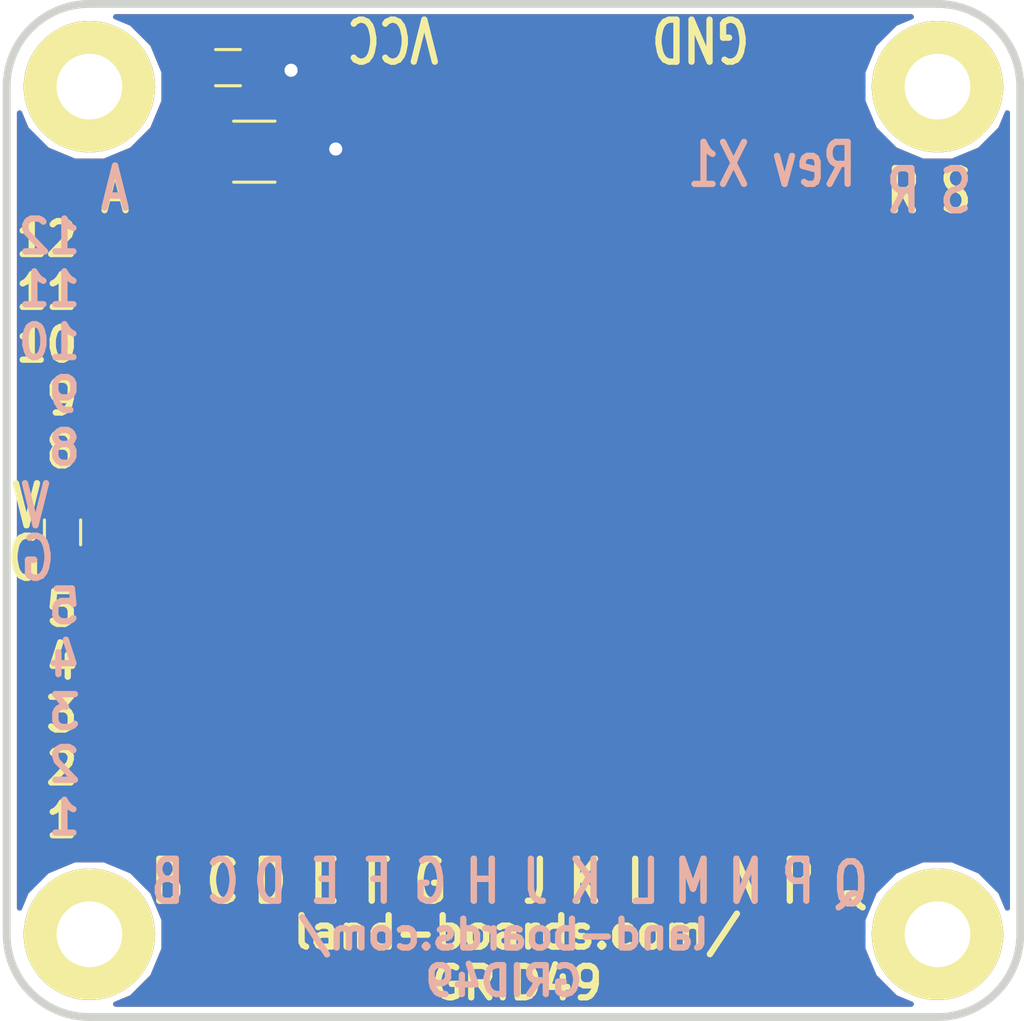
<source format=kicad_pcb>
(kicad_pcb (version 20171130) (host pcbnew "(5.0.2)-1")

  (general
    (thickness 1.6002)
    (drawings 57)
    (tracks 6)
    (zones 0)
    (modules 7)
    (nets 3)
  )

  (page A)
  (title_block
    (date "28 mar 2015")
    (rev X1)
  )

  (layers
    (0 Front signal)
    (31 Back signal)
    (36 B.SilkS user)
    (37 F.SilkS user)
    (38 B.Mask user)
    (39 F.Mask user)
    (40 Dwgs.User user hide)
    (44 Edge.Cuts user)
  )

  (setup
    (last_trace_width 0.2032)
    (user_trace_width 0.254)
    (user_trace_width 0.635)
    (trace_clearance 0.254)
    (zone_clearance 0.3048)
    (zone_45_only no)
    (trace_min 0.2032)
    (segment_width 0.381)
    (edge_width 0.381)
    (via_size 0.889)
    (via_drill 0.635)
    (via_min_size 0.889)
    (via_min_drill 0.508)
    (uvia_size 0.508)
    (uvia_drill 0.127)
    (uvias_allowed no)
    (uvia_min_size 0.508)
    (uvia_min_drill 0.127)
    (pcb_text_width 0.3048)
    (pcb_text_size 1.524 2.032)
    (mod_edge_width 0.381)
    (mod_text_size 1.524 1.524)
    (mod_text_width 0.3048)
    (pad_size 6.35 6.35)
    (pad_drill 3.175)
    (pad_to_mask_clearance 0.1524)
    (solder_mask_min_width 0.25)
    (aux_axis_origin 0 0)
    (visible_elements 7FFFFF7F)
    (pcbplotparams
      (layerselection 0x010f0_80000001)
      (usegerberextensions true)
      (usegerberattributes false)
      (usegerberadvancedattributes false)
      (creategerberjobfile false)
      (excludeedgelayer true)
      (linewidth 0.150000)
      (plotframeref false)
      (viasonmask false)
      (mode 1)
      (useauxorigin false)
      (hpglpennumber 1)
      (hpglpenspeed 20)
      (hpglpendiameter 15.000000)
      (psnegative false)
      (psa4output false)
      (plotreference true)
      (plotvalue false)
      (plotinvisibletext false)
      (padsonsilk false)
      (subtractmaskfromsilk false)
      (outputformat 1)
      (mirror false)
      (drillshape 0)
      (scaleselection 1)
      (outputdirectory "plots/"))
  )

  (net 0 "")
  (net 1 GND)
  (net 2 VCC)

  (net_class Default "This is the default net class."
    (clearance 0.254)
    (trace_width 0.2032)
    (via_dia 0.889)
    (via_drill 0.635)
    (uvia_dia 0.508)
    (uvia_drill 0.127)
    (add_net GND)
    (add_net VCC)
  )

  (net_class POWER ""
    (clearance 0.254)
    (trace_width 0.635)
    (via_dia 0.889)
    (via_drill 0.635)
    (uvia_dia 0.508)
    (uvia_drill 0.127)
  )

  (module MTG-4-40 locked (layer Front) (tedit 50F036E3) (tstamp 51AF63A5)
    (at 14 55)
    (path /5030F2C2)
    (fp_text reference MTG3 (at -6.858 -0.635) (layer F.SilkS) hide
      (effects (font (size 1.524 1.524) (thickness 0.3048)))
    )
    (fp_text value CONN_1 (at 0 -5.08) (layer F.SilkS) hide
      (effects (font (size 1.524 1.524) (thickness 0.3048)))
    )
    (pad 1 thru_hole circle (at 0 0) (size 6.35 6.35) (drill 3.175) (layers *.Cu *.Mask F.SilkS))
  )

  (module MTG-4-40 locked (layer Front) (tedit 50F036E3) (tstamp 51AF63AA)
    (at 55 55)
    (path /5030F2C1)
    (fp_text reference MTG4 (at -6.858 -0.635) (layer F.SilkS) hide
      (effects (font (size 1.524 1.524) (thickness 0.3048)))
    )
    (fp_text value CONN_1 (at 0 -5.08) (layer F.SilkS) hide
      (effects (font (size 1.524 1.524) (thickness 0.3048)))
    )
    (pad 1 thru_hole circle (at 0 0) (size 6.35 6.35) (drill 3.175) (layers *.Cu *.Mask F.SilkS))
  )

  (module MTG-4-40 locked (layer Front) (tedit 50F036E3) (tstamp 51AF63AF)
    (at 55 14)
    (path /5030F2BD)
    (fp_text reference MTG2 (at -6.858 -0.635) (layer F.SilkS) hide
      (effects (font (size 1.524 1.524) (thickness 0.3048)))
    )
    (fp_text value CONN_1 (at 0 -5.08) (layer F.SilkS) hide
      (effects (font (size 1.524 1.524) (thickness 0.3048)))
    )
    (pad 1 thru_hole circle (at 0 0) (size 6.35 6.35) (drill 3.175) (layers *.Cu *.Mask F.SilkS))
  )

  (module MTG-4-40 locked (layer Front) (tedit 50F036E3) (tstamp 51AF63B4)
    (at 14 14)
    (path /5030F2A7)
    (fp_text reference MTG1 (at -6.858 -0.635) (layer F.SilkS) hide
      (effects (font (size 1.524 1.524) (thickness 0.3048)))
    )
    (fp_text value CONN_1 (at 0 -5.08) (layer F.SilkS) hide
      (effects (font (size 1.524 1.524) (thickness 0.3048)))
    )
    (pad 1 thru_hole circle (at 0 0) (size 6.35 6.35) (drill 3.175) (layers *.Cu *.Mask F.SilkS))
  )

  (module Resistors_SMD:R_1210_HandSoldering (layer Front) (tedit 57F06C69) (tstamp 57F07CB8)
    (at 21.971 17.145)
    (descr "Resistor SMD 1210, hand soldering")
    (tags "resistor 1210")
    (path /57F0F90C)
    (attr smd)
    (fp_text reference C1 (at 0 -2.7) (layer F.SilkS) hide
      (effects (font (size 1 1) (thickness 0.15)))
    )
    (fp_text value 0.1uF (at 0 2.7) (layer F.Fab) hide
      (effects (font (size 1 1) (thickness 0.15)))
    )
    (fp_line (start -3.3 -1.6) (end 3.3 -1.6) (layer F.CrtYd) (width 0.05))
    (fp_line (start -3.3 1.6) (end 3.3 1.6) (layer F.CrtYd) (width 0.05))
    (fp_line (start -3.3 -1.6) (end -3.3 1.6) (layer F.CrtYd) (width 0.05))
    (fp_line (start 3.3 -1.6) (end 3.3 1.6) (layer F.CrtYd) (width 0.05))
    (fp_line (start 1 1.475) (end -1 1.475) (layer F.SilkS) (width 0.15))
    (fp_line (start -1 -1.475) (end 1 -1.475) (layer F.SilkS) (width 0.15))
    (pad 1 smd rect (at -2 0) (size 2 2.5) (layers Front F.Mask)
      (net 2 VCC))
    (pad 2 smd rect (at 2 0) (size 2 2.5) (layers Front F.Mask)
      (net 1 GND))
    (model Resistors_SMD.3dshapes/R_1210_HandSoldering.wrl
      (at (xyz 0 0 0))
      (scale (xyz 1 1 1))
      (rotate (xyz 0 0 0))
    )
  )

  (module Resistors_SMD:R_0805_HandSoldering (layer Front) (tedit 57F06CB5) (tstamp 57F07DD4)
    (at 12.7 35.56 270)
    (descr "Resistor SMD 0805, hand soldering")
    (tags "resistor 0805")
    (path /51CCA2BF)
    (attr smd)
    (fp_text reference C2 (at 0 -2.1 270) (layer F.SilkS) hide
      (effects (font (size 1 1) (thickness 0.15)))
    )
    (fp_text value 0.1uF (at 0 2.1 270) (layer F.Fab) hide
      (effects (font (size 1 1) (thickness 0.15)))
    )
    (fp_line (start -2.4 -1) (end 2.4 -1) (layer F.CrtYd) (width 0.05))
    (fp_line (start -2.4 1) (end 2.4 1) (layer F.CrtYd) (width 0.05))
    (fp_line (start -2.4 -1) (end -2.4 1) (layer F.CrtYd) (width 0.05))
    (fp_line (start 2.4 -1) (end 2.4 1) (layer F.CrtYd) (width 0.05))
    (fp_line (start 0.6 0.875) (end -0.6 0.875) (layer F.SilkS) (width 0.15))
    (fp_line (start -0.6 -0.875) (end 0.6 -0.875) (layer F.SilkS) (width 0.15))
    (pad 1 smd rect (at -1.35 0 270) (size 1.5 1.3) (layers Front F.Mask)
      (net 2 VCC))
    (pad 2 smd rect (at 1.35 0 270) (size 1.5 1.3) (layers Front F.Mask)
      (net 1 GND))
    (model Resistors_SMD.3dshapes/R_0805_HandSoldering.wrl
      (at (xyz 0 0 0))
      (scale (xyz 1 1 1))
      (rotate (xyz 0 0 0))
    )
  )

  (module Resistors_SMD:R_0805_HandSoldering (layer Front) (tedit 57F06CCB) (tstamp 57F07DDF)
    (at 20.701 13.081)
    (descr "Resistor SMD 0805, hand soldering")
    (tags "resistor 0805")
    (path /51CCA2CE)
    (attr smd)
    (fp_text reference C4 (at 0 -2.1) (layer F.SilkS) hide
      (effects (font (size 1 1) (thickness 0.15)))
    )
    (fp_text value 0.1uF (at 0 2.1) (layer F.Fab) hide
      (effects (font (size 1 1) (thickness 0.15)))
    )
    (fp_line (start -2.4 -1) (end 2.4 -1) (layer F.CrtYd) (width 0.05))
    (fp_line (start -2.4 1) (end 2.4 1) (layer F.CrtYd) (width 0.05))
    (fp_line (start -2.4 -1) (end -2.4 1) (layer F.CrtYd) (width 0.05))
    (fp_line (start 2.4 -1) (end 2.4 1) (layer F.CrtYd) (width 0.05))
    (fp_line (start 0.6 0.875) (end -0.6 0.875) (layer F.SilkS) (width 0.15))
    (fp_line (start -0.6 -0.875) (end 0.6 -0.875) (layer F.SilkS) (width 0.15))
    (pad 1 smd rect (at -1.35 0) (size 1.5 1.3) (layers Front F.Mask)
      (net 2 VCC))
    (pad 2 smd rect (at 1.35 0) (size 1.5 1.3) (layers Front F.Mask)
      (net 1 GND))
    (model Resistors_SMD.3dshapes/R_0805_HandSoldering.wrl
      (at (xyz 0 0 0))
      (scale (xyz 1 1 1))
      (rotate (xyz 0 0 0))
    )
  )

  (gr_text G (at 10.541 36.83) (layer B.SilkS)
    (effects (font (size 2.032 1.524) (thickness 0.3048)) (justify right mirror))
  )
  (gr_text V (at 10.541 34.29) (layer B.SilkS)
    (effects (font (size 2.032 1.524) (thickness 0.3048)) (justify right mirror))
  )
  (gr_text S (at 55.88 19.05) (layer B.SilkS)
    (effects (font (size 2.032 1.524) (thickness 0.3048)) (justify mirror))
  )
  (gr_text R (at 53.34 19.05) (layer B.SilkS)
    (effects (font (size 2.032 1.524) (thickness 0.3048)) (justify mirror))
  )
  (gr_text Q (at 50.8 52.578) (layer B.SilkS)
    (effects (font (size 2.032 1.524) (thickness 0.3048)) (justify mirror))
  )
  (gr_text P (at 48.26 52.451) (layer B.SilkS)
    (effects (font (size 2.032 1.524) (thickness 0.3048)) (justify mirror))
  )
  (gr_text N (at 45.72 52.451) (layer B.SilkS)
    (effects (font (size 2.032 1.524) (thickness 0.3048)) (justify mirror))
  )
  (gr_text M (at 43.18 52.451) (layer B.SilkS)
    (effects (font (size 2.032 1.524) (thickness 0.3048)) (justify mirror))
  )
  (gr_text L (at 40.894 52.451) (layer B.SilkS)
    (effects (font (size 2.032 1.524) (thickness 0.3048)) (justify mirror))
  )
  (gr_text K (at 37.973 52.451) (layer B.SilkS)
    (effects (font (size 2.032 1.524) (thickness 0.3048)) (justify mirror))
  )
  (gr_text J (at 35.56 52.451) (layer B.SilkS)
    (effects (font (size 2.032 1.524) (thickness 0.3048)) (justify mirror))
  )
  (gr_text H (at 33.02 52.451) (layer B.SilkS)
    (effects (font (size 2.032 1.524) (thickness 0.3048)) (justify mirror))
  )
  (gr_text G (at 30.48 52.451) (layer B.SilkS)
    (effects (font (size 2.032 1.524) (thickness 0.3048)) (justify mirror))
  )
  (gr_text F (at 27.94 52.451) (layer B.SilkS)
    (effects (font (size 2.032 1.524) (thickness 0.3048)) (justify mirror))
  )
  (gr_text E (at 25.4 52.451) (layer B.SilkS)
    (effects (font (size 2.032 1.524) (thickness 0.3048)) (justify mirror))
  )
  (gr_text D (at 22.733 52.451) (layer B.SilkS)
    (effects (font (size 2.032 1.524) (thickness 0.3048)) (justify mirror))
  )
  (gr_text C (at 20.447 52.451) (layer B.SilkS)
    (effects (font (size 2.032 1.524) (thickness 0.3048)) (justify mirror))
  )
  (gr_text B (at 17.78 52.451) (layer B.SilkS)
    (effects (font (size 2.032 1.524) (thickness 0.3048)) (justify mirror))
  )
  (gr_text A (at 15.24 18.923) (layer B.SilkS)
    (effects (font (size 2.032 1.524) (thickness 0.3048)) (justify mirror))
  )
  (gr_text "12\n11\n10\n9\n8\n\n\n5\n4\n3\n2\n1" (at 13.716 35.306) (layer B.SilkS)
    (effects (font (size 1.5875 1.524) (thickness 0.3048)) (justify left mirror))
  )
  (gr_text S (at 55.88 19.05) (layer F.SilkS)
    (effects (font (size 2.032 1.524) (thickness 0.3048)))
  )
  (gr_text R (at 53.34 19.05) (layer F.SilkS)
    (effects (font (size 2.032 1.524) (thickness 0.3048)))
  )
  (gr_text A (at 15.24 19.05) (layer F.SilkS)
    (effects (font (size 2.032 1.524) (thickness 0.3048)))
  )
  (gr_text Q (at 50.8 52.578) (layer F.SilkS)
    (effects (font (size 2.032 1.524) (thickness 0.3048)))
  )
  (gr_text P (at 48.26 52.451) (layer F.SilkS)
    (effects (font (size 2.032 1.524) (thickness 0.3048)))
  )
  (gr_text N (at 45.72 52.451) (layer F.SilkS)
    (effects (font (size 2.032 1.524) (thickness 0.3048)))
  )
  (gr_text M (at 43.18 52.451) (layer F.SilkS)
    (effects (font (size 2.032 1.524) (thickness 0.3048)))
  )
  (gr_text L (at 40.64 52.451) (layer F.SilkS)
    (effects (font (size 2.032 1.524) (thickness 0.3048)))
  )
  (gr_text K (at 37.973 52.451) (layer F.SilkS)
    (effects (font (size 2.032 1.524) (thickness 0.3048)))
  )
  (gr_text J (at 35.56 52.451) (layer F.SilkS)
    (effects (font (size 2.032 1.524) (thickness 0.3048)))
  )
  (gr_text H (at 33.02 52.451) (layer F.SilkS)
    (effects (font (size 2.032 1.524) (thickness 0.3048)))
  )
  (gr_text G (at 30.48 52.451) (layer F.SilkS)
    (effects (font (size 2.032 1.524) (thickness 0.3048)))
  )
  (gr_text F (at 27.94 52.451) (layer F.SilkS)
    (effects (font (size 2.032 1.524) (thickness 0.3048)))
  )
  (gr_text E (at 25.4 52.451) (layer F.SilkS)
    (effects (font (size 2.032 1.524) (thickness 0.3048)))
  )
  (gr_text D (at 22.733 52.451) (layer F.SilkS)
    (effects (font (size 2.032 1.524) (thickness 0.3048)))
  )
  (gr_text C (at 20.447 52.451) (layer F.SilkS)
    (effects (font (size 2.032 1.524) (thickness 0.3048)))
  )
  (gr_text B (at 17.78 52.451) (layer F.SilkS)
    (effects (font (size 2.032 1.524) (thickness 0.3048)))
  )
  (gr_text "12\n11\n10\n9\n8\n\n\n5\n4\n3\n2\n1" (at 13.589 35.433) (layer F.SilkS)
    (effects (font (size 1.5875 1.524) (thickness 0.3048)) (justify right))
  )
  (gr_text V (at 11.811 34.29) (layer F.SilkS)
    (effects (font (size 2.032 1.524) (thickness 0.3048)) (justify right))
  )
  (gr_text G (at 11.811 36.83) (layer F.SilkS)
    (effects (font (size 2.032 1.524) (thickness 0.3048)) (justify right))
  )
  (gr_text "Rev X1" (at 46.99 17.78) (layer B.SilkS)
    (effects (font (size 2.032 1.524) (thickness 0.3048)) (justify mirror))
  )
  (dimension 49 (width 0.3048) (layer Dwgs.User)
    (gr_text "49.000 mm" (at 0.3744 34.5 90) (layer Dwgs.User)
      (effects (font (size 2.032 1.524) (thickness 0.3048)))
    )
    (feature1 (pts (xy 14 10) (xy -1.2512 10)))
    (feature2 (pts (xy 14 59) (xy -1.2512 59)))
    (crossbar (pts (xy 2 59) (xy 2 10)))
    (arrow1a (pts (xy 2 10) (xy 2.58642 11.126503)))
    (arrow1b (pts (xy 2 10) (xy 1.41358 11.126503)))
    (arrow2a (pts (xy 2 59) (xy 2.58642 57.873497)))
    (arrow2b (pts (xy 2 59) (xy 1.41358 57.873497)))
  )
  (dimension 49 (width 0.3048) (layer Dwgs.User)
    (gr_text "49.000 mm" (at 34.5 2.374401) (layer Dwgs.User)
      (effects (font (size 2.032 1.524) (thickness 0.3048)))
    )
    (feature1 (pts (xy 10 14) (xy 10 0.748801)))
    (feature2 (pts (xy 59 14) (xy 59 0.748801)))
    (crossbar (pts (xy 59 4.000001) (xy 10 4.000001)))
    (arrow1a (pts (xy 10 4.000001) (xy 11.126503 3.413581)))
    (arrow1b (pts (xy 10 4.000001) (xy 11.126503 4.586421)))
    (arrow2a (pts (xy 59 4.000001) (xy 57.873497 3.413581)))
    (arrow2b (pts (xy 59 4.000001) (xy 57.873497 4.586421)))
  )
  (dimension 41 (width 0.3048) (layer Dwgs.User)
    (gr_text "41.000 mm" (at 34.5 6.374401) (layer Dwgs.User)
      (effects (font (size 2.032 1.524) (thickness 0.3048)))
    )
    (feature1 (pts (xy 55 14) (xy 55 4.748801)))
    (feature2 (pts (xy 14 14) (xy 14 4.748801)))
    (crossbar (pts (xy 14 8.000001) (xy 55 8.000001)))
    (arrow1a (pts (xy 55 8.000001) (xy 53.873497 8.586421)))
    (arrow1b (pts (xy 55 8.000001) (xy 53.873497 7.413581)))
    (arrow2a (pts (xy 14 8.000001) (xy 15.126503 8.586421)))
    (arrow2b (pts (xy 14 8.000001) (xy 15.126503 7.413581)))
  )
  (dimension 41 (width 0.3048) (layer Dwgs.User)
    (gr_text "41.000 mm" (at 6.3744 34.5 90) (layer Dwgs.User)
      (effects (font (size 2.032 1.524) (thickness 0.3048)))
    )
    (feature1 (pts (xy 14 14) (xy 4.7488 14)))
    (feature2 (pts (xy 14 55) (xy 4.7488 55)))
    (crossbar (pts (xy 8 55) (xy 8 14)))
    (arrow1a (pts (xy 8 14) (xy 8.58642 15.126503)))
    (arrow1b (pts (xy 8 14) (xy 7.41358 15.126503)))
    (arrow2a (pts (xy 8 55) (xy 8.58642 53.873497)))
    (arrow2b (pts (xy 8 55) (xy 7.41358 53.873497)))
  )
  (gr_text "land-boards.com/\nGRID49" (at 34.036 56.134) (layer B.SilkS)
    (effects (font (size 1.397 1.397) (thickness 0.3048)) (justify mirror))
  )
  (gr_text "land-boards.com/\nGRID49" (at 34.671 56.134) (layer F.SilkS)
    (effects (font (size 1.524 1.524) (thickness 0.3048)))
  )
  (gr_line (start 10 55) (end 10 14) (angle 90) (layer Edge.Cuts) (width 0.381))
  (gr_line (start 55 59) (end 14 59) (angle 90) (layer Edge.Cuts) (width 0.381))
  (gr_line (start 59 14) (end 59 55) (angle 90) (layer Edge.Cuts) (width 0.381))
  (gr_line (start 14 10) (end 55 10) (angle 90) (layer Edge.Cuts) (width 0.381))
  (gr_arc (start 55 55) (end 59 55) (angle 90) (layer Edge.Cuts) (width 0.381))
  (gr_arc (start 55 14) (end 55 10) (angle 90) (layer Edge.Cuts) (width 0.381))
  (gr_arc (start 14 14) (end 10 14) (angle 90) (layer Edge.Cuts) (width 0.381))
  (gr_arc (start 14 55) (end 14 59) (angle 90) (layer Edge.Cuts) (width 0.381))
  (gr_text GND (at 41.021 11.684 180) (layer F.SilkS)
    (effects (font (size 2.032 1.524) (thickness 0.3048)) (justify right))
  )
  (gr_text VCC (at 26.289 11.684 180) (layer F.SilkS)
    (effects (font (size 2.032 1.524) (thickness 0.3048)) (justify right))
  )

  (segment (start 23.971 17.145) (end 25.781 17.145) (width 0.254) (layer Front) (net 1) (status 10))
  (via (at 25.908 17.018) (size 0.889) (drill 0.635) (layers Front Back) (net 1))
  (segment (start 25.781 17.145) (end 25.908 17.018) (width 0.254) (layer Front) (net 1) (tstamp 57F07CDE))
  (segment (start 21.6535 13.081) (end 22.733 13.081) (width 0.254) (layer Front) (net 1) (status 30))
  (via (at 23.749 13.208) (size 0.889) (drill 0.635) (layers Front Back) (net 1))
  (segment (start 22.733 13.081) (end 23.749 13.208) (width 0.254) (layer Front) (net 1) (tstamp 57F07BC2) (status 10))

  (zone (net 2) (net_name VCC) (layer Front) (tstamp 57F077A8) (hatch edge 0.508)
    (connect_pads (clearance 0.3048))
    (min_thickness 0.254)
    (fill yes (arc_segments 16) (thermal_gap 0.508) (thermal_bridge_width 0.508))
    (polygon
      (pts
        (xy 13.97 10.16) (xy 54.61 10.16) (xy 59.055 14.605) (xy 59.055 55.245) (xy 53.975 59.055)
        (xy 14.605 59.055) (xy 10.16 53.975) (xy 10.16 13.97)
      )
    )
    (filled_polygon
      (pts
        (xy 52.956912 10.942303) (xy 51.942303 11.956912) (xy 51.3932 13.282563) (xy 51.3932 14.717437) (xy 51.942303 16.043088)
        (xy 52.956912 17.057697) (xy 54.282563 17.6068) (xy 55.717437 17.6068) (xy 57.043088 17.057697) (xy 58.057697 16.043088)
        (xy 58.3777 15.270533) (xy 58.377701 53.729469) (xy 58.057697 52.956912) (xy 57.043088 51.942303) (xy 55.717437 51.3932)
        (xy 54.282563 51.3932) (xy 52.956912 51.942303) (xy 51.942303 52.956912) (xy 51.3932 54.282563) (xy 51.3932 55.717437)
        (xy 51.942303 57.043088) (xy 52.956912 58.057697) (xy 53.729467 58.3777) (xy 15.270533 58.3777) (xy 16.043088 58.057697)
        (xy 17.057697 57.043088) (xy 17.6068 55.717437) (xy 17.6068 54.282563) (xy 17.057697 52.956912) (xy 16.043088 51.942303)
        (xy 14.717437 51.3932) (xy 13.282563 51.3932) (xy 11.956912 51.942303) (xy 10.942303 52.956912) (xy 10.6223 53.729467)
        (xy 10.6223 36.16) (xy 11.609741 36.16) (xy 11.609741 37.66) (xy 11.643254 37.82848) (xy 11.73869 37.97131)
        (xy 11.88152 38.066746) (xy 12.05 38.100259) (xy 13.35 38.100259) (xy 13.51848 38.066746) (xy 13.66131 37.97131)
        (xy 13.756746 37.82848) (xy 13.790259 37.66) (xy 13.790259 36.16) (xy 13.756746 35.99152) (xy 13.66131 35.84869)
        (xy 13.51848 35.753254) (xy 13.35 35.719741) (xy 12.05 35.719741) (xy 11.88152 35.753254) (xy 11.73869 35.84869)
        (xy 11.643254 35.99152) (xy 11.609741 36.16) (xy 10.6223 36.16) (xy 10.6223 34.49575) (xy 11.415 34.49575)
        (xy 11.415 35.086309) (xy 11.511673 35.319698) (xy 11.690301 35.498327) (xy 11.92369 35.595) (xy 12.41425 35.595)
        (xy 12.573 35.43625) (xy 12.573 34.337) (xy 12.827 34.337) (xy 12.827 35.43625) (xy 12.98575 35.595)
        (xy 13.47631 35.595) (xy 13.709699 35.498327) (xy 13.888327 35.319698) (xy 13.985 35.086309) (xy 13.985 34.49575)
        (xy 13.82625 34.337) (xy 12.827 34.337) (xy 12.573 34.337) (xy 11.57375 34.337) (xy 11.415 34.49575)
        (xy 10.6223 34.49575) (xy 10.6223 33.333691) (xy 11.415 33.333691) (xy 11.415 33.92425) (xy 11.57375 34.083)
        (xy 12.573 34.083) (xy 12.573 32.98375) (xy 12.827 32.98375) (xy 12.827 34.083) (xy 13.82625 34.083)
        (xy 13.985 33.92425) (xy 13.985 33.333691) (xy 13.888327 33.100302) (xy 13.709699 32.921673) (xy 13.47631 32.825)
        (xy 12.98575 32.825) (xy 12.827 32.98375) (xy 12.573 32.98375) (xy 12.41425 32.825) (xy 11.92369 32.825)
        (xy 11.690301 32.921673) (xy 11.511673 33.100302) (xy 11.415 33.333691) (xy 10.6223 33.333691) (xy 10.6223 15.270533)
        (xy 10.942303 16.043088) (xy 11.956912 17.057697) (xy 13.282563 17.6068) (xy 14.717437 17.6068) (xy 15.142459 17.43075)
        (xy 18.336 17.43075) (xy 18.336 18.52131) (xy 18.432673 18.754699) (xy 18.611302 18.933327) (xy 18.844691 19.03)
        (xy 19.68525 19.03) (xy 19.844 18.87125) (xy 19.844 17.272) (xy 20.098 17.272) (xy 20.098 18.87125)
        (xy 20.25675 19.03) (xy 21.097309 19.03) (xy 21.330698 18.933327) (xy 21.509327 18.754699) (xy 21.606 18.52131)
        (xy 21.606 17.43075) (xy 21.44725 17.272) (xy 20.098 17.272) (xy 19.844 17.272) (xy 18.49475 17.272)
        (xy 18.336 17.43075) (xy 15.142459 17.43075) (xy 16.043088 17.057697) (xy 17.057697 16.043088) (xy 17.171356 15.76869)
        (xy 18.336 15.76869) (xy 18.336 16.85925) (xy 18.49475 17.018) (xy 19.844 17.018) (xy 19.844 15.41875)
        (xy 20.098 15.41875) (xy 20.098 17.018) (xy 21.44725 17.018) (xy 21.606 16.85925) (xy 21.606 15.895)
        (xy 22.530741 15.895) (xy 22.530741 18.395) (xy 22.564254 18.56348) (xy 22.65969 18.70631) (xy 22.80252 18.801746)
        (xy 22.971 18.835259) (xy 24.971 18.835259) (xy 25.13948 18.801746) (xy 25.28231 18.70631) (xy 25.377746 18.56348)
        (xy 25.411259 18.395) (xy 25.411259 17.760534) (xy 25.411616 17.760891) (xy 25.733693 17.8943) (xy 26.082307 17.8943)
        (xy 26.404384 17.760891) (xy 26.650891 17.514384) (xy 26.7843 17.192307) (xy 26.7843 16.843693) (xy 26.650891 16.521616)
        (xy 26.404384 16.275109) (xy 26.082307 16.1417) (xy 25.733693 16.1417) (xy 25.411616 16.275109) (xy 25.411259 16.275466)
        (xy 25.411259 15.895) (xy 25.377746 15.72652) (xy 25.28231 15.58369) (xy 25.13948 15.488254) (xy 24.971 15.454741)
        (xy 22.971 15.454741) (xy 22.80252 15.488254) (xy 22.65969 15.58369) (xy 22.564254 15.72652) (xy 22.530741 15.895)
        (xy 21.606 15.895) (xy 21.606 15.76869) (xy 21.509327 15.535301) (xy 21.330698 15.356673) (xy 21.097309 15.26)
        (xy 20.25675 15.26) (xy 20.098 15.41875) (xy 19.844 15.41875) (xy 19.68525 15.26) (xy 18.844691 15.26)
        (xy 18.611302 15.356673) (xy 18.432673 15.535301) (xy 18.336 15.76869) (xy 17.171356 15.76869) (xy 17.6068 14.717437)
        (xy 17.6068 13.36675) (xy 17.966 13.36675) (xy 17.966 13.85731) (xy 18.062673 14.090699) (xy 18.241302 14.269327)
        (xy 18.474691 14.366) (xy 19.06525 14.366) (xy 19.224 14.20725) (xy 19.224 13.208) (xy 19.478 13.208)
        (xy 19.478 14.20725) (xy 19.63675 14.366) (xy 20.227309 14.366) (xy 20.460698 14.269327) (xy 20.639327 14.090699)
        (xy 20.736 13.85731) (xy 20.736 13.36675) (xy 20.57725 13.208) (xy 19.478 13.208) (xy 19.224 13.208)
        (xy 18.12475 13.208) (xy 17.966 13.36675) (xy 17.6068 13.36675) (xy 17.6068 13.282563) (xy 17.201752 12.30469)
        (xy 17.966 12.30469) (xy 17.966 12.79525) (xy 18.12475 12.954) (xy 19.224 12.954) (xy 19.224 11.95475)
        (xy 19.478 11.95475) (xy 19.478 12.954) (xy 20.57725 12.954) (xy 20.736 12.79525) (xy 20.736 12.431)
        (xy 20.860741 12.431) (xy 20.860741 13.731) (xy 20.894254 13.89948) (xy 20.98969 14.04231) (xy 21.13252 14.137746)
        (xy 21.301 14.171259) (xy 22.801 14.171259) (xy 22.96948 14.137746) (xy 23.11231 14.04231) (xy 23.205126 13.903401)
        (xy 23.252616 13.950891) (xy 23.574693 14.0843) (xy 23.923307 14.0843) (xy 24.245384 13.950891) (xy 24.491891 13.704384)
        (xy 24.6253 13.382307) (xy 24.6253 13.033693) (xy 24.491891 12.711616) (xy 24.245384 12.465109) (xy 23.923307 12.3317)
        (xy 23.574693 12.3317) (xy 23.252616 12.465109) (xy 23.241259 12.476466) (xy 23.241259 12.431) (xy 23.207746 12.26252)
        (xy 23.11231 12.11969) (xy 22.96948 12.024254) (xy 22.801 11.990741) (xy 21.301 11.990741) (xy 21.13252 12.024254)
        (xy 20.98969 12.11969) (xy 20.894254 12.26252) (xy 20.860741 12.431) (xy 20.736 12.431) (xy 20.736 12.30469)
        (xy 20.639327 12.071301) (xy 20.460698 11.892673) (xy 20.227309 11.796) (xy 19.63675 11.796) (xy 19.478 11.95475)
        (xy 19.224 11.95475) (xy 19.06525 11.796) (xy 18.474691 11.796) (xy 18.241302 11.892673) (xy 18.062673 12.071301)
        (xy 17.966 12.30469) (xy 17.201752 12.30469) (xy 17.057697 11.956912) (xy 16.043088 10.942303) (xy 15.270533 10.6223)
        (xy 53.729467 10.6223)
      )
    )
  )
  (zone (net 1) (net_name GND) (layer Back) (tstamp 57F077AA) (hatch edge 0.508)
    (connect_pads (clearance 0.3048))
    (min_thickness 0.254)
    (fill yes (arc_segments 16) (thermal_gap 0.508) (thermal_bridge_width 0.508))
    (polygon
      (pts
        (xy 13.335 10.16) (xy 54.61 10.16) (xy 59.055 14.605) (xy 59.055 53.34) (xy 53.975 59.055)
        (xy 14.605 59.055) (xy 10.16 53.975) (xy 10.16 13.335)
      )
    )
    (filled_polygon
      (pts
        (xy 52.956912 10.942303) (xy 51.942303 11.956912) (xy 51.3932 13.282563) (xy 51.3932 14.717437) (xy 51.942303 16.043088)
        (xy 52.956912 17.057697) (xy 54.282563 17.6068) (xy 55.717437 17.6068) (xy 57.043088 17.057697) (xy 58.057697 16.043088)
        (xy 58.3777 15.270533) (xy 58.377701 53.729469) (xy 58.057697 52.956912) (xy 57.043088 51.942303) (xy 55.717437 51.3932)
        (xy 54.282563 51.3932) (xy 52.956912 51.942303) (xy 51.942303 52.956912) (xy 51.3932 54.282563) (xy 51.3932 55.717437)
        (xy 51.942303 57.043088) (xy 52.956912 58.057697) (xy 53.729467 58.3777) (xy 15.270533 58.3777) (xy 16.043088 58.057697)
        (xy 17.057697 57.043088) (xy 17.6068 55.717437) (xy 17.6068 54.282563) (xy 17.057697 52.956912) (xy 16.043088 51.942303)
        (xy 14.717437 51.3932) (xy 13.282563 51.3932) (xy 11.956912 51.942303) (xy 10.942303 52.956912) (xy 10.6223 53.729467)
        (xy 10.6223 15.270533) (xy 10.942303 16.043088) (xy 11.956912 17.057697) (xy 13.282563 17.6068) (xy 14.717437 17.6068)
        (xy 16.043088 17.057697) (xy 17.057697 16.043088) (xy 17.6068 14.717437) (xy 17.6068 13.282563) (xy 17.057697 11.956912)
        (xy 16.043088 10.942303) (xy 15.270533 10.6223) (xy 53.729467 10.6223)
      )
    )
  )
)

</source>
